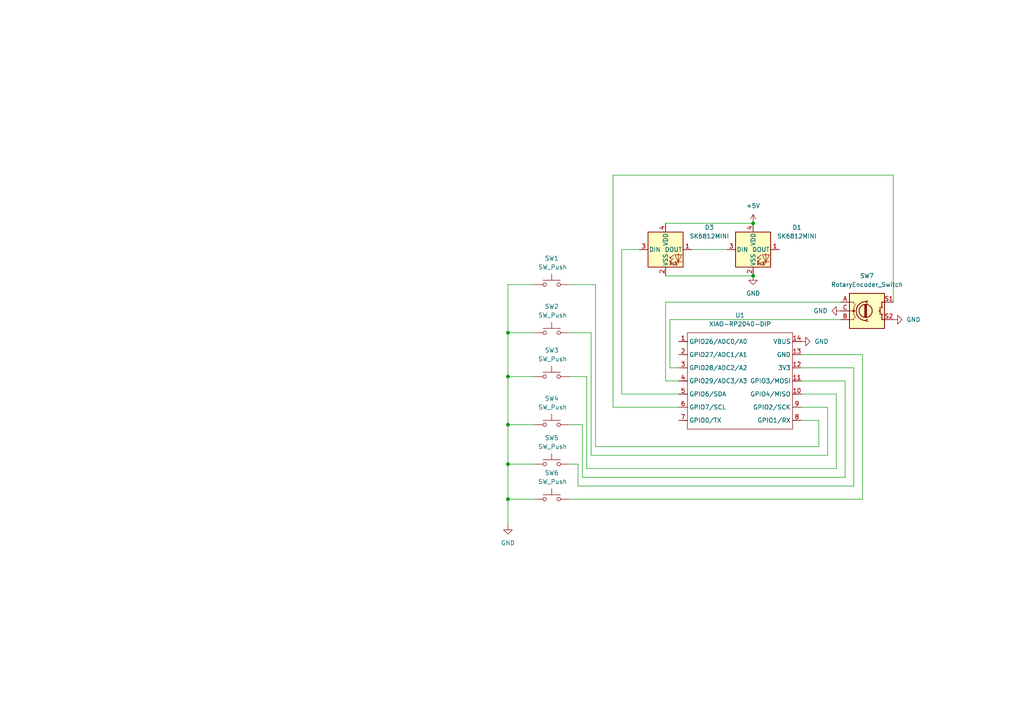
<source format=kicad_sch>
(kicad_sch (version 20250114) (generator "eeschema") (generator_version "9.0")
  (paper "A4")
  (lib_symbols
    (symbol "Device:RotaryEncoder_Switch" (pin_names (offset 0.254) (hide yes))
      (property "Reference" "SW" (at 0 6.604 0))
      (property "Value" "RotaryEncoder_Switch" (at 0 -6.604 0))
      (symbol "RotaryEncoder_Switch_0_1"
        (rectangle (start -5.08 5.08) (end 5.08 -5.08) (stroke (width 0.254)) (fill (type background)))
        (polyline (pts (xy -5.08 2.54) (xy -3.81 2.54) (xy -3.81 2.032)))
        (polyline (pts (xy -5.08 0) (xy -3.81 0) (xy -3.81 -1.016) (xy -3.302 -2.032)))
        (polyline (pts (xy -5.08 -2.54) (xy -3.81 -2.54) (xy -3.81 -2.032)))
        (polyline (pts (xy -4.318 0) (xy -3.81 0) (xy -3.81 1.016) (xy -3.302 2.032)))
        (circle (center -3.81 0) (radius 0.254) (fill (type outline)))
        (polyline (pts (xy -0.635 -1.778) (xy -0.635 1.778)) (stroke (width 0.254)))
        (circle (center -0.381 0) (radius 1.905) (stroke (width 0.254)))
        (polyline (pts (xy -0.381 -1.778) (xy -0.381 1.778)) (stroke (width 0.254)))
        (arc (start -0.381 -2.794) (mid -3.0988 -0.0635) (end -0.381 2.667) (stroke (width 0.254)))
        (polyline (pts (xy -0.127 1.778) (xy -0.127 -1.778)) (stroke (width 0.254)))
        (polyline (pts (xy 0.254 2.921) (xy -0.508 2.667) (xy 0.127 2.286)) (stroke (width 0.254)))
        (polyline (pts (xy 0.254 -3.048) (xy -0.508 -2.794) (xy 0.127 -2.413)) (stroke (width 0.254)))
        (polyline (pts (xy 3.81 1.016) (xy 3.81 -1.016)) (stroke (width 0.254)))
        (polyline (pts (xy 3.81 0) (xy 3.429 0)) (stroke (width 0.254)))
        (circle (center 4.318 1.016) (radius 0.127) (stroke (width 0.254)))
        (circle (center 4.318 -1.016) (radius 0.127) (stroke (width 0.254)))
        (polyline (pts (xy 5.08 2.54) (xy 4.318 2.54) (xy 4.318 1.016)) (stroke (width 0.254)))
        (polyline (pts (xy 5.08 -2.54) (xy 4.318 -2.54) (xy 4.318 -1.016)) (stroke (width 0.254)))
      )
      (symbol "RotaryEncoder_Switch_1_1"
        (pin passive line (at -7.62 2.54 0) (length 2.54) (name "A") (number "A"))
        (pin passive line (at -7.62 0 0) (length 2.54) (name "C") (number "C"))
        (pin passive line (at -7.62 -2.54 0) (length 2.54) (name "B") (number "B"))
        (pin passive line (at 7.62 2.54 180) (length 2.54) (name "S1") (number "S1"))
        (pin passive line (at 7.62 -2.54 180) (length 2.54) (name "S2") (number "S2"))
      )
    )
    (symbol "LED:SK6812MINI" (pin_names (offset 0.254))
      (property "Reference" "D" (at 5.08 5.715 0))
      (property "Value" "SK6812MINI" (at 1.27 -5.715 0))
      (symbol "SK6812MINI_0_0"
        (text "RGB" (at 2.286 -4.191 0) (effects (font (size 0.762 0.762))))
      )
      (symbol "SK6812MINI_0_1"
        (polyline (pts (xy 1.27 -2.54) (xy 1.778 -2.54)))
        (polyline (pts (xy 1.27 -3.556) (xy 1.778 -3.556)))
        (polyline (pts (xy 2.286 -1.524) (xy 1.27 -2.54) (xy 1.27 -2.032)))
        (polyline (pts (xy 2.286 -2.54) (xy 1.27 -3.556) (xy 1.27 -3.048)))
        (polyline (pts (xy 3.683 -1.016) (xy 3.683 -3.556) (xy 3.683 -4.064)))
        (polyline (pts (xy 4.699 -1.524) (xy 2.667 -1.524) (xy 3.683 -3.556) (xy 4.699 -1.524)))
        (polyline (pts (xy 4.699 -3.556) (xy 2.667 -3.556)))
        (rectangle (start 5.08 5.08) (end -5.08 -5.08) (stroke (width 0.254)) (fill (type background)))
      )
      (symbol "SK6812MINI_1_1"
        (pin input line (at -7.62 0 0) (length 2.54) (name "DIN") (number "3"))
        (pin power_in line (at 0 7.62 270) (length 2.54) (name "VDD") (number "4"))
        (pin power_in line (at 0 -7.62 90) (length 2.54) (name "VSS") (number "2"))
        (pin output line (at 7.62 0 180) (length 2.54) (name "DOUT") (number "1"))
      )
    )
    (symbol "OPL:XIAO-RP2040-DIP"
      (property "Reference" "U" (at 0 0 0))
      (property "Value" "XIAO-RP2040-DIP" (at 5.334 -1.778 0))
      (symbol "XIAO-RP2040-DIP_1_0"
        (polyline (pts (xy -1.27 -2.54) (xy 29.21 -2.54)) (stroke (width 0.1524)))
        (polyline (pts (xy -1.27 -5.08) (xy -2.54 -5.08)) (stroke (width 0.1524)))
        (polyline (pts (xy -1.27 -5.08) (xy -1.27 -2.54)) (stroke (width 0.1524)))
        (polyline (pts (xy -1.27 -8.89) (xy -2.54 -8.89)) (stroke (width 0.1524)))
        (polyline (pts (xy -1.27 -8.89) (xy -1.27 -5.08)) (stroke (width 0.1524)))
        (polyline (pts (xy -1.27 -12.7) (xy -2.54 -12.7)) (stroke (width 0.1524)))
        (polyline (pts (xy -1.27 -12.7) (xy -1.27 -8.89)) (stroke (width 0.1524)))
        (polyline (pts (xy -1.27 -16.51) (xy -2.54 -16.51)) (stroke (width 0.1524)))
        (polyline (pts (xy -1.27 -16.51) (xy -1.27 -12.7)) (stroke (width 0.1524)))
        (polyline (pts (xy -1.27 -20.32) (xy -2.54 -20.32)) (stroke (width 0.1524)))
        (polyline (pts (xy -1.27 -24.13) (xy -2.54 -24.13)) (stroke (width 0.1524)))
        (polyline (pts (xy -1.27 -27.94) (xy -2.54 -27.94)) (stroke (width 0.1524)))
        (polyline (pts (xy -1.27 -30.48) (xy -1.27 -16.51)) (stroke (width 0.1524)))
        (polyline (pts (xy 29.21 -2.54) (xy 29.21 -5.08)) (stroke (width 0.1524)))
        (polyline (pts (xy 29.21 -5.08) (xy 29.21 -8.89)) (stroke (width 0.1524)))
        (polyline (pts (xy 29.21 -8.89) (xy 29.21 -12.7)) (stroke (width 0.1524)))
        (polyline (pts (xy 29.21 -12.7) (xy 29.21 -30.48)) (stroke (width 0.1524)))
        (polyline (pts (xy 29.21 -30.48) (xy -1.27 -30.48)) (stroke (width 0.1524)))
        (polyline (pts (xy 30.48 -5.08) (xy 29.21 -5.08)) (stroke (width 0.1524)))
        (polyline (pts (xy 30.48 -8.89) (xy 29.21 -8.89)) (stroke (width 0.1524)))
        (polyline (pts (xy 30.48 -12.7) (xy 29.21 -12.7)) (stroke (width 0.1524)))
        (polyline (pts (xy 30.48 -16.51) (xy 29.21 -16.51)) (stroke (width 0.1524)))
        (polyline (pts (xy 30.48 -20.32) (xy 29.21 -20.32)) (stroke (width 0.1524)))
        (polyline (pts (xy 30.48 -24.13) (xy 29.21 -24.13)) (stroke (width 0.1524)))
        (polyline (pts (xy 30.48 -27.94) (xy 29.21 -27.94)) (stroke (width 0.1524)))
        (pin passive line (at -3.81 -5.08 0) (length 2.54) (name "GPIO26/ADC0/A0") (number "1"))
        (pin passive line (at -3.81 -8.89 0) (length 2.54) (name "GPIO27/ADC1/A1") (number "2"))
        (pin passive line (at -3.81 -12.7 0) (length 2.54) (name "GPIO28/ADC2/A2") (number "3"))
        (pin passive line (at -3.81 -16.51 0) (length 2.54) (name "GPIO29/ADC3/A3") (number "4"))
        (pin passive line (at -3.81 -20.32 0) (length 2.54) (name "GPIO6/SDA") (number "5"))
        (pin passive line (at -3.81 -24.13 0) (length 2.54) (name "GPIO7/SCL") (number "6"))
        (pin passive line (at -3.81 -27.94 0) (length 2.54) (name "GPIO0/TX") (number "7"))
        (pin passive line (at 31.75 -5.08 180) (length 2.54) (name "VBUS") (number "14"))
        (pin passive line (at 31.75 -8.89 180) (length 2.54) (name "GND") (number "13"))
        (pin passive line (at 31.75 -12.7 180) (length 2.54) (name "3V3") (number "12"))
        (pin passive line (at 31.75 -16.51 180) (length 2.54) (name "GPIO3/MOSI") (number "11"))
        (pin passive line (at 31.75 -20.32 180) (length 2.54) (name "GPIO4/MISO") (number "10"))
        (pin passive line (at 31.75 -24.13 180) (length 2.54) (name "GPIO2/SCK") (number "9"))
        (pin passive line (at 31.75 -27.94 180) (length 2.54) (name "GPIO1/RX") (number "8"))
      )
    )
    (symbol "Switch:SW_Push" (pin_numbers (hide yes)) (pin_names (offset 1.016) (hide yes))
      (property "Reference" "SW" (at 1.27 2.54 0))
      (property "Value" "SW_Push" (at 0 -1.524 0))
      (symbol "SW_Push_0_1"
        (circle (center -2.032 0) (radius 0.508))
        (polyline (pts (xy 0 1.27) (xy 0 3.048)))
        (circle (center 2.032 0) (radius 0.508))
        (polyline (pts (xy 2.54 1.27) (xy -2.54 1.27)))
        (pin passive line (at -5.08 0 0) (length 2.54) (name "1") (number "1"))
        (pin passive line (at 5.08 0 180) (length 2.54) (name "2") (number "2"))
      )
    )
    (symbol "power:+5V" (power) (pin_numbers (hide yes)) (pin_names (offset 0) (hide yes))
      (property "Value" "+5V" (at 0 3.556 0))
      (symbol "+5V_0_1"
        (polyline (pts (xy -0.762 1.27) (xy 0 2.54)))
        (polyline (pts (xy 0 2.54) (xy 0.762 1.27)))
        (polyline (pts (xy 0 0) (xy 0 2.54)))
      )
      (symbol "+5V_1_1"
        (pin power_in line (at 0 0 90) (length 0) (name "~") (number "1"))
      )
    )
    (symbol "power:GND" (power) (pin_numbers (hide yes)) (pin_names (offset 0) (hide yes))
      (property "Value" "GND" (at 0 -3.81 0))
      (symbol "GND_0_1"
        (polyline (pts (xy 0 0) (xy 0 -1.27) (xy 1.27 -1.27) (xy 0 -2.54) (xy -1.27 -1.27) (xy 0 -1.27)))
      )
      (symbol "GND_1_1"
        (pin power_in line (at 0 0 270) (length 0) (name "~") (number "1"))
      )
    )
  )
  (junction (at 218.44 80.01))
  (junction (at 147.32 96.52))
  (junction (at 147.32 144.78))
  (junction (at 147.32 109.22))
  (junction (at 218.44 64.77))
  (junction (at 147.32 134.62))
  (junction (at 147.32 123.19))
  (wire (pts (xy 168.91 138.43) (xy 245.11 138.43)))
  (wire (pts (xy 170.18 109.22) (xy 170.18 135.89)))
  (wire (pts (xy 243.84 92.71) (xy 194.31 92.71)))
  (wire (pts (xy 259.08 50.8) (xy 177.8 50.8)))
  (wire (pts (xy 177.8 118.11) (xy 196.85 118.11)))
  (wire (pts (xy 194.31 92.71) (xy 194.31 106.68)))
  (wire (pts (xy 247.65 140.97) (xy 247.65 106.68)))
  (wire (pts (xy 171.45 96.52) (xy 171.45 132.08)))
  (wire (pts (xy 165.1 109.22) (xy 170.18 109.22)))
  (wire (pts (xy 240.03 132.08) (xy 240.03 118.11)))
  (wire (pts (xy 147.32 82.55) (xy 147.32 96.52)))
  (wire (pts (xy 147.32 82.55) (xy 154.94 82.55)))
  (wire (pts (xy 245.11 138.43) (xy 245.11 110.49)))
  (wire (pts (xy 147.32 123.19) (xy 147.32 134.62)))
  (wire (pts (xy 237.49 121.92) (xy 232.41 121.92)))
  (wire (pts (xy 165.1 82.55) (xy 172.72 82.55)))
  (wire (pts (xy 168.91 123.19) (xy 168.91 138.43)))
  (wire (pts (xy 147.32 123.19) (xy 154.94 123.19)))
  (wire (pts (xy 232.41 118.11) (xy 240.03 118.11)))
  (wire (pts (xy 185.42 72.39) (xy 180.34 72.39)))
  (wire (pts (xy 242.57 135.89) (xy 242.57 114.3)))
  (wire (pts (xy 259.08 87.63) (xy 259.08 50.8)))
  (wire (pts (xy 232.41 114.3) (xy 242.57 114.3)))
  (wire (pts (xy 193.04 110.49) (xy 196.85 110.49)))
  (wire (pts (xy 250.19 144.78) (xy 250.19 102.87)))
  (wire (pts (xy 200.66 72.39) (xy 210.82 72.39)))
  (wire (pts (xy 147.32 96.52) (xy 154.94 96.52)))
  (wire (pts (xy 147.32 109.22) (xy 147.32 123.19)))
  (wire (pts (xy 177.8 50.8) (xy 177.8 118.11)))
  (wire (pts (xy 243.84 87.63) (xy 193.04 87.63)))
  (wire (pts (xy 147.32 144.78) (xy 154.94 144.78)))
  (wire (pts (xy 147.32 134.62) (xy 147.32 144.78)))
  (wire (pts (xy 165.1 123.19) (xy 168.91 123.19)))
  (wire (pts (xy 232.41 102.87) (xy 250.19 102.87)))
  (wire (pts (xy 165.1 134.62) (xy 167.64 134.62)))
  (wire (pts (xy 147.32 134.62) (xy 154.94 134.62)))
  (wire (pts (xy 167.64 140.97) (xy 247.65 140.97)))
  (wire (pts (xy 167.64 134.62) (xy 167.64 140.97)))
  (wire (pts (xy 232.41 110.49) (xy 245.11 110.49)))
  (wire (pts (xy 193.04 64.77) (xy 218.44 64.77)))
  (wire (pts (xy 147.32 96.52) (xy 147.32 109.22)))
  (wire (pts (xy 172.72 82.55) (xy 172.72 129.54)))
  (wire (pts (xy 171.45 132.08) (xy 240.03 132.08)))
  (wire (pts (xy 172.72 129.54) (xy 237.49 129.54)))
  (wire (pts (xy 170.18 135.89) (xy 242.57 135.89)))
  (wire (pts (xy 180.34 114.3) (xy 196.85 114.3)))
  (wire (pts (xy 147.32 109.22) (xy 154.94 109.22)))
  (wire (pts (xy 193.04 80.01) (xy 218.44 80.01)))
  (wire (pts (xy 247.65 106.68) (xy 232.41 106.68)))
  (wire (pts (xy 237.49 129.54) (xy 237.49 121.92)))
  (wire (pts (xy 165.1 96.52) (xy 171.45 96.52)))
  (wire (pts (xy 193.04 87.63) (xy 193.04 110.49)))
  (wire (pts (xy 194.31 106.68) (xy 196.85 106.68)))
  (wire (pts (xy 180.34 72.39) (xy 180.34 114.3)))
  (wire (pts (xy 147.32 144.78) (xy 147.32 152.4)))
  (wire (pts (xy 165.1 144.78) (xy 250.19 144.78)))
  (symbol (lib_id "Switch:SW_Push") (at 160.02 123.19 0) (unit 1)
    (property "Reference" "SW4" (at 160.02 115.57 0))
    (property "Value" "SW_Push" (at 160.274 118.11 0))
    (property "Footprint" "Button_Switch_Keyboard:SW_Cherry_MX_1.00u_PCB" (effects (hide yes)))
    (property "Description" "Push button switch, generic, two pins" (effects (hide yes)))
  )
  (symbol (lib_id "Device:RotaryEncoder_Switch") (at 251.46 90.17 0) (unit 1)
    (property "Reference" "SW7" (at 251.46 80.01 0))
    (property "Value" "RotaryEncoder_Switch" (at 251.46 82.55 0))
    (property "Footprint" "Rotary_Encoder:RotaryEncoder_Alps_EC11E-Switch_Vertical_H20mm_CircularMountingHoles" (effects (hide yes)))
    (property "Description" "Rotary encoder, dual channel, incremental quadrate outputs, with switch" (effects (hide yes)))
  )
  (symbol (lib_id "power:GND") (at 259.08 92.71 90) (unit 1)
    (property "Reference" "#PWR06" (effects (hide yes)))
    (property "Value" "GND" (at 262.89 92.7099 90) (effects (justify right)))
    (property "Description" "Power symbol creates a global label with name \"GND\" , ground" (effects (hide yes)))
  )
  (symbol (lib_id "power:+5V") (at 218.44 64.77 0) (unit 1)
    (property "Reference" "#PWR04" (effects (hide yes)))
    (property "Value" "+5V" (at 218.44 59.69 0))
    (property "Description" "Power symbol creates a global label with name \"+5V\"" (effects (hide yes)))
  )
  (symbol (lib_id "power:GND") (at 147.32 152.4 0) (unit 1)
    (property "Reference" "#PWR01" (effects (hide yes)))
    (property "Value" "GND" (at 147.32 157.48 0))
    (property "Description" "Power symbol creates a global label with name \"GND\" , ground" (effects (hide yes)))
  )
  (symbol (lib_id "OPL:XIAO-RP2040-DIP") (at 200.66 93.98 0) (unit 1)
    (property "Reference" "U1" (at 214.63 91.44 0))
    (property "Value" "XIAO-RP2040-DIP" (at 214.63 93.98 0))
    (property "Footprint" "OPL:XIAO-RP2040-SMD" (effects (hide yes)))
  )
  (symbol (lib_id "Switch:SW_Push") (at 160.02 96.52 0) (unit 1)
    (property "Reference" "SW2" (at 160.02 88.9 0))
    (property "Value" "SW_Push" (at 160.274 91.44 0))
    (property "Footprint" "Button_Switch_Keyboard:SW_Cherry_MX_1.00u_PCB" (effects (hide yes)))
    (property "Description" "Push button switch, generic, two pins" (effects (hide yes)))
  )
  (symbol (lib_id "LED:SK6812MINI") (at 193.04 72.39 0) (unit 1)
    (property "Reference" "D3" (at 205.74 65.9698 0))
    (property "Value" "SK6812MINI" (at 205.74 68.5098 0))
    (property "Footprint" "LED_SMD:LED_SK6812MINI_PLCC4_3.5x3.5mm_P1.75mm" (effects (hide yes)))
    (property "Datasheet" "https://cdn-shop.adafruit.com/product-files/2686/SK6812MINI_REV.01-1-2.pdf" (effects (hide yes)))
    (property "Description" "RGB LED with integrated controller" (effects (hide yes)))
  )
  (symbol (lib_id "power:GND") (at 218.44 80.01 0) (unit 1)
    (property "Reference" "#PWR02" (effects (hide yes)))
    (property "Value" "GND" (at 218.44 85.09 0))
    (property "Description" "Power symbol creates a global label with name \"GND\" , ground" (effects (hide yes)))
  )
  (symbol (lib_id "Switch:SW_Push") (at 160.02 109.22 0) (unit 1)
    (property "Reference" "SW3" (at 160.02 101.6 0))
    (property "Value" "SW_Push" (at 160.274 104.14 0))
    (property "Footprint" "Button_Switch_Keyboard:SW_Cherry_MX_1.00u_PCB" (effects (hide yes)))
    (property "Description" "Push button switch, generic, two pins" (effects (hide yes)))
  )
  (symbol (lib_id "power:GND") (at 232.41 99.06 90) (unit 1)
    (property "Reference" "#PWR03" (effects (hide yes)))
    (property "Value" "GND" (at 236.22 99.0599 90) (effects (justify right)))
    (property "Description" "Power symbol creates a global label with name \"GND\" , ground" (effects (hide yes)))
  )
  (symbol (lib_id "Switch:SW_Push") (at 160.02 82.55 0) (unit 1)
    (property "Reference" "SW1" (at 160.02 74.93 0))
    (property "Value" "SW_Push" (at 160.274 77.47 0))
    (property "Footprint" "Button_Switch_Keyboard:SW_Cherry_MX_1.00u_PCB" (effects (hide yes)))
    (property "Description" "Push button switch, generic, two pins" (effects (hide yes)))
  )
  (symbol (lib_id "Switch:SW_Push") (at 160.02 144.78 0) (unit 1)
    (property "Reference" "SW6" (at 160.02 137.16 0))
    (property "Value" "SW_Push" (at 160.274 139.7 0))
    (property "Footprint" "Button_Switch_Keyboard:SW_Cherry_MX_1.00u_PCB" (effects (hide yes)))
    (property "Description" "Push button switch, generic, two pins" (effects (hide yes)))
  )
  (symbol (lib_id "LED:SK6812MINI") (at 218.44 72.39 0) (unit 1)
    (property "Reference" "D1" (at 231.14 65.9698 0))
    (property "Value" "SK6812MINI" (at 231.14 68.5098 0))
    (property "Footprint" "LED_SMD:LED_SK6812MINI_PLCC4_3.5x3.5mm_P1.75mm" (effects (hide yes)))
    (property "Datasheet" "https://cdn-shop.adafruit.com/product-files/2686/SK6812MINI_REV.01-1-2.pdf" (effects (hide yes)))
    (property "Description" "RGB LED with integrated controller" (effects (hide yes)))
  )
  (symbol (lib_id "Switch:SW_Push") (at 160.02 134.62 0) (unit 1)
    (property "Reference" "SW5" (at 160.02 127 0))
    (property "Value" "SW_Push" (at 160.274 129.54 0))
    (property "Footprint" "Button_Switch_Keyboard:SW_Cherry_MX_1.00u_PCB" (effects (hide yes)))
    (property "Description" "Push button switch, generic, two pins" (effects (hide yes)))
  )
  (symbol (lib_id "power:GND") (at 243.84 90.17 270) (unit 1)
    (property "Reference" "#PWR05" (effects (hide yes)))
    (property "Value" "GND" (at 240.03 90.1699 90) (effects (justify right)))
    (property "Description" "Power symbol creates a global label with name \"GND\" , ground" (effects (hide yes)))
  )
)
</source>
